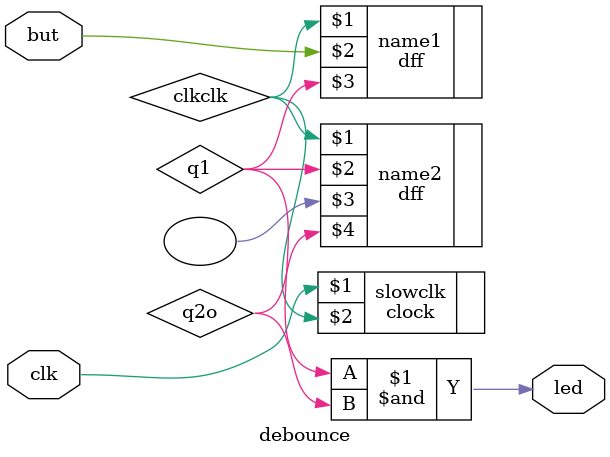
<source format=v>
module debounce (
    input clk,
    input but,
    output led
);
    wire clkclk;
    clock slowclk(clk, clkclk);

    wire q1, q2o;
    dff name1(clkclk, but, q1, , );
    dff name2(clkclk, q1, , q2o, );

    assign led = q1 & q2o;
endmodule
</source>
